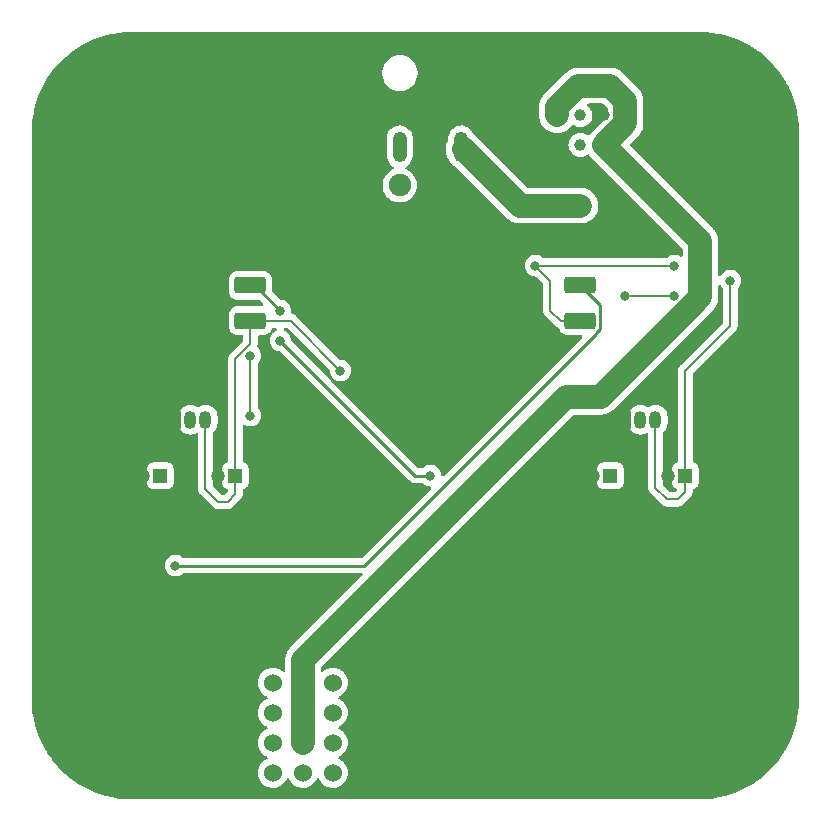
<source format=gbr>
%TF.GenerationSoftware,KiCad,Pcbnew,7.0.2*%
%TF.CreationDate,2023-05-27T17:02:01+02:00*%
%TF.ProjectId,benchpsu_barreljack_adapter,62656e63-6870-4737-955f-62617272656c,rev?*%
%TF.SameCoordinates,Original*%
%TF.FileFunction,Copper,L2,Bot*%
%TF.FilePolarity,Positive*%
%FSLAX46Y46*%
G04 Gerber Fmt 4.6, Leading zero omitted, Abs format (unit mm)*
G04 Created by KiCad (PCBNEW 7.0.2) date 2023-05-27 17:02:01*
%MOMM*%
%LPD*%
G01*
G04 APERTURE LIST*
G04 Aperture macros list*
%AMRoundRect*
0 Rectangle with rounded corners*
0 $1 Rounding radius*
0 $2 $3 $4 $5 $6 $7 $8 $9 X,Y pos of 4 corners*
0 Add a 4 corners polygon primitive as box body*
4,1,4,$2,$3,$4,$5,$6,$7,$8,$9,$2,$3,0*
0 Add four circle primitives for the rounded corners*
1,1,$1+$1,$2,$3*
1,1,$1+$1,$4,$5*
1,1,$1+$1,$6,$7*
1,1,$1+$1,$8,$9*
0 Add four rect primitives between the rounded corners*
20,1,$1+$1,$2,$3,$4,$5,0*
20,1,$1+$1,$4,$5,$6,$7,0*
20,1,$1+$1,$6,$7,$8,$9,0*
20,1,$1+$1,$8,$9,$2,$3,0*%
G04 Aperture macros list end*
%TA.AperFunction,ComponentPad*%
%ADD10C,1.524000*%
%TD*%
%TA.AperFunction,ComponentPad*%
%ADD11C,3.600000*%
%TD*%
%TA.AperFunction,ConnectorPad*%
%ADD12C,5.600000*%
%TD*%
%TA.AperFunction,ComponentPad*%
%ADD13R,1.050000X1.500000*%
%TD*%
%TA.AperFunction,ComponentPad*%
%ADD14O,1.050000X1.500000*%
%TD*%
%TA.AperFunction,ComponentPad*%
%ADD15R,1.200000X1.200000*%
%TD*%
%TA.AperFunction,ComponentPad*%
%ADD16C,1.200000*%
%TD*%
%TA.AperFunction,ComponentPad*%
%ADD17C,1.000000*%
%TD*%
%TA.AperFunction,ComponentPad*%
%ADD18O,1.000000X2.500000*%
%TD*%
%TA.AperFunction,ComponentPad*%
%ADD19O,1.200000X2.600000*%
%TD*%
%TA.AperFunction,ComponentPad*%
%ADD20C,1.900000*%
%TD*%
%TA.AperFunction,ComponentPad*%
%ADD21O,1.300000X3.600000*%
%TD*%
%TA.AperFunction,SMDPad,CuDef*%
%ADD22RoundRect,0.250001X-1.074999X0.462499X-1.074999X-0.462499X1.074999X-0.462499X1.074999X0.462499X0*%
%TD*%
%TA.AperFunction,ViaPad*%
%ADD23C,1.200000*%
%TD*%
%TA.AperFunction,ViaPad*%
%ADD24C,0.800000*%
%TD*%
%TA.AperFunction,Conductor*%
%ADD25C,0.200000*%
%TD*%
%TA.AperFunction,Conductor*%
%ADD26C,2.000000*%
%TD*%
%TA.AperFunction,Conductor*%
%ADD27C,0.250000*%
%TD*%
G04 APERTURE END LIST*
D10*
%TO.P,J1,1,Pin_1*%
%TO.N,VCC*%
X145415000Y-131846000D03*
X145415000Y-129306000D03*
X145415000Y-126766000D03*
X145415000Y-124226000D03*
X142875000Y-131846000D03*
X142875000Y-129306000D03*
X142875000Y-126766000D03*
X142875000Y-124226000D03*
X140335000Y-131846000D03*
X140335000Y-129306000D03*
X140335000Y-126766000D03*
X140335000Y-124226000D03*
%TD*%
%TO.P,J2,1,Pin_1*%
%TO.N,GND*%
X164465000Y-131846000D03*
X164465000Y-129306000D03*
X164465000Y-126766000D03*
X164465000Y-124226000D03*
X161925000Y-131846000D03*
X161925000Y-129306000D03*
X161925000Y-126766000D03*
X161925000Y-124226000D03*
X159385000Y-131846000D03*
X159385000Y-129306000D03*
X159385000Y-126766000D03*
X159385000Y-124226000D03*
%TD*%
D11*
%TO.P,H1,1,1*%
%TO.N,GND*%
X179400000Y-128600000D03*
D12*
X179400000Y-128600000D03*
%TD*%
D13*
%TO.P,U2,1,GND*%
%TO.N,GND*%
X170180000Y-101960000D03*
D14*
%TO.P,U2,2,VIN*%
%TO.N,SLEEVE*%
X171450000Y-101960000D03*
%TO.P,U2,3,VOUT*%
%TO.N,Net-(D3-A)*%
X172720000Y-101960000D03*
%TD*%
D15*
%TO.P,C2,1*%
%TO.N,SLEEVE*%
X168910000Y-106680000D03*
D16*
%TO.P,C2,2*%
%TO.N,GND*%
X167410000Y-106680000D03*
%TD*%
D11*
%TO.P,H2,1,1*%
%TO.N,GND*%
X179400000Y-74600000D03*
D12*
X179400000Y-74600000D03*
%TD*%
D13*
%TO.P,U1,1,GND*%
%TO.N,GND*%
X132080000Y-101960000D03*
D14*
%TO.P,U1,2,VIN*%
%TO.N,TIP*%
X133350000Y-101960000D03*
%TO.P,U1,3,VOUT*%
%TO.N,Net-(D1-A)*%
X134620000Y-101960000D03*
%TD*%
D17*
%TO.P,SW1,1,A*%
%TO.N,VCC*%
X168370000Y-78680000D03*
%TO.P,SW1,2,B*%
%TO.N,TIP*%
X166370000Y-78680000D03*
%TO.P,SW1,3,C*%
%TO.N,GND*%
X164370000Y-78680000D03*
%TO.P,SW1,4,A*%
X168370000Y-76180000D03*
%TO.P,SW1,5,B*%
%TO.N,SLEEVE*%
X166370000Y-76180000D03*
%TO.P,SW1,6,C*%
%TO.N,VCC*%
X164370000Y-76180000D03*
D18*
%TO.P,SW1,MP,MP*%
%TO.N,GND*%
X173420000Y-77430000D03*
X159320000Y-77430000D03*
%TD*%
D11*
%TO.P,H3,1,1*%
%TO.N,GND*%
X125400000Y-74600000D03*
D12*
X125400000Y-74600000D03*
%TD*%
D15*
%TO.P,C1,1*%
%TO.N,TIP*%
X130810000Y-106680000D03*
D16*
%TO.P,C1,2*%
%TO.N,GND*%
X129310000Y-106680000D03*
%TD*%
D15*
%TO.P,C3,1*%
%TO.N,Net-(D1-A)*%
X137160000Y-106680000D03*
D16*
%TO.P,C3,2*%
%TO.N,GND*%
X135660000Y-106680000D03*
%TD*%
D11*
%TO.P,H4,1,1*%
%TO.N,GND*%
X125400000Y-128600000D03*
D12*
X125400000Y-128600000D03*
%TD*%
D19*
%TO.P,J3,2*%
%TO.N,SLEEVE*%
X156275000Y-78850000D03*
%TO.P,J3,3*%
%TO.N,unconnected-(J3-Pad3)*%
X151075000Y-78850000D03*
D20*
%TO.P,J3,4*%
%TO.N,TIP*%
X151075000Y-82100000D03*
D21*
%TO.P,J3,MP*%
%TO.N,GND*%
X147455000Y-72100000D03*
X157305000Y-72100000D03*
%TD*%
D15*
%TO.P,C4,1*%
%TO.N,Net-(D3-A)*%
X175260000Y-106680000D03*
D16*
%TO.P,C4,2*%
%TO.N,GND*%
X173760000Y-106680000D03*
%TD*%
D22*
%TO.P,D2,1,K*%
%TO.N,Net-(D2-K)*%
X138430000Y-90587500D03*
%TO.P,D2,2,A*%
%TO.N,Net-(D1-A)*%
X138430000Y-93562500D03*
%TD*%
%TO.P,D4,1,K*%
%TO.N,Net-(D4-K)*%
X166370000Y-90587500D03*
%TO.P,D4,2,A*%
%TO.N,Net-(D3-A)*%
X166370000Y-93562500D03*
%TD*%
D23*
%TO.N,SLEEVE*%
X166370000Y-83820000D03*
D24*
%TO.N,Net-(D1-A)*%
X146050000Y-97790000D03*
%TO.N,Net-(D3-A)*%
X179070000Y-90170000D03*
X162560000Y-88900000D03*
X174319500Y-88900000D03*
%TO.N,Net-(D1-K)*%
X170180000Y-91440000D03*
X174319500Y-91440000D03*
%TO.N,Net-(D2-K)*%
X153670000Y-106680000D03*
X140970000Y-92710000D03*
X140970000Y-95250000D03*
%TO.N,Net-(D3-K)*%
X138430000Y-101600000D03*
X138430000Y-96520000D03*
%TO.N,Net-(D4-K)*%
X132080000Y-114300000D03*
%TD*%
D25*
%TO.N,Net-(D1-K)*%
X174319500Y-91440000D02*
X170180000Y-91440000D01*
D26*
%TO.N,VCC*%
X142875000Y-122301000D02*
X142875000Y-129306000D01*
X168090000Y-100010000D02*
X165166000Y-100010000D01*
X176530000Y-91570000D02*
X168090000Y-100010000D01*
X176530000Y-86840000D02*
X176530000Y-91570000D01*
X165166000Y-100010000D02*
X142875000Y-122301000D01*
X168370000Y-78680000D02*
X176530000Y-86840000D01*
D25*
%TO.N,Net-(D3-A)*%
X175260000Y-97790000D02*
X179070000Y-93980000D01*
X175260000Y-106680000D02*
X175260000Y-97790000D01*
X179070000Y-93980000D02*
X179070000Y-90170000D01*
X173700000Y-108700000D02*
X174600000Y-108700000D01*
X175260000Y-108040000D02*
X175260000Y-106680000D01*
X172720000Y-107720000D02*
X173700000Y-108700000D01*
X174600000Y-108700000D02*
X175260000Y-108040000D01*
X172720000Y-101960000D02*
X172720000Y-107720000D01*
%TO.N,Net-(D1-A)*%
X137160000Y-96800050D02*
X138430000Y-95530050D01*
X137160000Y-106680000D02*
X137160000Y-96800050D01*
X137160000Y-108240000D02*
X137160000Y-106680000D01*
X136500000Y-108900000D02*
X137160000Y-108240000D01*
X135700000Y-108900000D02*
X136500000Y-108900000D01*
X134620000Y-107820000D02*
X135700000Y-108900000D01*
X134620000Y-101960000D02*
X134620000Y-107820000D01*
D26*
%TO.N,SLEEVE*%
X166370000Y-83820000D02*
X161228000Y-83820000D01*
X161228000Y-83820000D02*
X156479000Y-79071000D01*
D25*
%TO.N,Net-(D1-A)*%
X138430000Y-95530050D02*
X138430000Y-93562500D01*
X138430000Y-93562500D02*
X141822500Y-93562500D01*
X141822500Y-93562500D02*
X146050000Y-97790000D01*
%TO.N,Net-(D3-A)*%
X163830000Y-90170000D02*
X163830000Y-92710000D01*
X174319500Y-88900000D02*
X162560000Y-88900000D01*
X162560000Y-88900000D02*
X163830000Y-90170000D01*
X163830000Y-92710000D02*
X164682500Y-93562500D01*
X164682500Y-93562500D02*
X166370000Y-93562500D01*
D27*
%TO.N,Net-(D2-K)*%
X140970000Y-95250000D02*
X152400000Y-106680000D01*
X152400000Y-106680000D02*
X153670000Y-106680000D01*
X138847500Y-90587500D02*
X140970000Y-92710000D01*
X138430000Y-90587500D02*
X138847500Y-90587500D01*
D25*
%TO.N,Net-(D3-K)*%
X138430000Y-101600000D02*
X138430000Y-96520000D01*
D27*
%TO.N,Net-(D4-K)*%
X168020000Y-94263172D02*
X167683172Y-94600000D01*
X168020000Y-92237500D02*
X168020000Y-94263172D01*
X148082000Y-114300000D02*
X132080000Y-114300000D01*
X167683172Y-94698828D02*
X148082000Y-114300000D01*
X167683172Y-94600000D02*
X167683172Y-94698828D01*
X166370000Y-90587500D02*
X168020000Y-92237500D01*
D26*
%TO.N,VCC*%
X170180000Y-76870000D02*
X168370000Y-78680000D01*
X164370000Y-75472894D02*
X166182894Y-73660000D01*
X166182894Y-73660000D02*
X168910000Y-73660000D01*
X170180000Y-74930000D02*
X170180000Y-76870000D01*
X164370000Y-76180000D02*
X164370000Y-75472894D01*
X168910000Y-73660000D02*
X170180000Y-74930000D01*
%TD*%
%TA.AperFunction,Conductor*%
%TO.N,GND*%
G36*
X176402046Y-69100567D02*
G01*
X176430560Y-69101500D01*
X176951793Y-69118563D01*
X176959998Y-69119102D01*
X177505303Y-69172809D01*
X177513467Y-69173884D01*
X178054094Y-69263143D01*
X178062180Y-69264751D01*
X178595845Y-69389183D01*
X178603771Y-69391308D01*
X179128136Y-69550372D01*
X179135914Y-69553011D01*
X179648767Y-69746036D01*
X179656363Y-69749183D01*
X180155493Y-69975335D01*
X180162857Y-69978967D01*
X180632161Y-70229815D01*
X180646113Y-70237273D01*
X180653254Y-70241396D01*
X181118562Y-70530743D01*
X181125417Y-70535323D01*
X181570816Y-70854491D01*
X181577358Y-70859511D01*
X181962923Y-71175937D01*
X182000918Y-71207118D01*
X182007117Y-71212554D01*
X182407043Y-71587126D01*
X182412873Y-71592956D01*
X182787445Y-71992882D01*
X182792877Y-71999077D01*
X182917779Y-72151270D01*
X183140488Y-72422641D01*
X183145508Y-72429183D01*
X183464676Y-72874582D01*
X183469256Y-72881437D01*
X183758603Y-73346745D01*
X183762726Y-73353886D01*
X183799941Y-73423510D01*
X184008441Y-73813586D01*
X184021024Y-73837126D01*
X184024671Y-73844521D01*
X184250812Y-74343626D01*
X184253967Y-74351243D01*
X184446982Y-74864070D01*
X184449632Y-74871878D01*
X184608686Y-75396209D01*
X184610821Y-75404174D01*
X184735248Y-75937819D01*
X184736856Y-75945905D01*
X184826114Y-76486527D01*
X184827190Y-76494702D01*
X184880896Y-77039989D01*
X184881436Y-77048216D01*
X184899433Y-77597953D01*
X184899500Y-77602076D01*
X184899500Y-125597923D01*
X184899433Y-125602046D01*
X184881436Y-126151783D01*
X184880896Y-126160010D01*
X184827190Y-126705297D01*
X184826114Y-126713472D01*
X184736856Y-127254094D01*
X184735248Y-127262180D01*
X184610821Y-127795825D01*
X184608686Y-127803790D01*
X184449632Y-128328121D01*
X184446982Y-128335929D01*
X184253967Y-128848756D01*
X184250812Y-128856373D01*
X184024671Y-129355478D01*
X184021024Y-129362873D01*
X183762726Y-129846113D01*
X183758603Y-129853254D01*
X183469256Y-130318562D01*
X183464676Y-130325417D01*
X183145508Y-130770816D01*
X183140488Y-130777358D01*
X182792881Y-131200918D01*
X182787445Y-131207117D01*
X182412873Y-131607043D01*
X182407043Y-131612873D01*
X182007117Y-131987445D01*
X182000918Y-131992881D01*
X181577358Y-132340488D01*
X181570816Y-132345508D01*
X181125417Y-132664676D01*
X181118562Y-132669256D01*
X180653254Y-132958603D01*
X180646113Y-132962726D01*
X180162873Y-133221024D01*
X180155478Y-133224671D01*
X179656373Y-133450812D01*
X179648756Y-133453967D01*
X179135929Y-133646982D01*
X179128121Y-133649632D01*
X178603790Y-133808686D01*
X178595825Y-133810821D01*
X178062180Y-133935248D01*
X178054094Y-133936856D01*
X177513472Y-134026114D01*
X177505297Y-134027190D01*
X176960010Y-134080896D01*
X176951783Y-134081436D01*
X176402047Y-134099433D01*
X176397924Y-134099500D01*
X128402076Y-134099500D01*
X128397953Y-134099433D01*
X127848216Y-134081436D01*
X127839989Y-134080896D01*
X127294702Y-134027190D01*
X127286527Y-134026114D01*
X126745905Y-133936856D01*
X126737819Y-133935248D01*
X126204174Y-133810821D01*
X126196209Y-133808686D01*
X125671878Y-133649632D01*
X125664070Y-133646982D01*
X125151243Y-133453967D01*
X125143626Y-133450812D01*
X124644521Y-133224671D01*
X124637126Y-133221024D01*
X124153886Y-132962726D01*
X124146745Y-132958603D01*
X123681437Y-132669256D01*
X123674582Y-132664676D01*
X123229183Y-132345508D01*
X123222641Y-132340488D01*
X122799081Y-131992881D01*
X122792882Y-131987445D01*
X122707190Y-131907186D01*
X122539132Y-131749782D01*
X122392956Y-131612873D01*
X122387126Y-131607043D01*
X122116758Y-131318374D01*
X122012548Y-131207110D01*
X122007118Y-131200918D01*
X121659511Y-130777358D01*
X121654491Y-130770816D01*
X121609204Y-130707618D01*
X121335321Y-130325414D01*
X121330743Y-130318562D01*
X121204075Y-130114864D01*
X121097625Y-129943677D01*
X121041396Y-129853254D01*
X121037273Y-129846113D01*
X120866953Y-129527467D01*
X120778967Y-129362857D01*
X120775335Y-129355493D01*
X120549183Y-128856363D01*
X120546032Y-128848756D01*
X120478122Y-128668324D01*
X120353011Y-128335914D01*
X120350372Y-128328136D01*
X120191308Y-127803771D01*
X120189183Y-127795845D01*
X120064751Y-127262180D01*
X120063143Y-127254094D01*
X120019122Y-126987463D01*
X119973884Y-126713467D01*
X119972809Y-126705297D01*
X119935827Y-126329807D01*
X119919102Y-126159998D01*
X119918563Y-126151782D01*
X119907743Y-125821268D01*
X119900567Y-125602045D01*
X119900500Y-125597923D01*
X119900500Y-114299999D01*
X131166496Y-114299999D01*
X131186458Y-114489929D01*
X131245472Y-114671556D01*
X131340958Y-114836942D01*
X131340960Y-114836944D01*
X131468747Y-114978866D01*
X131623248Y-115091118D01*
X131797712Y-115168794D01*
X131984513Y-115208500D01*
X131984515Y-115208500D01*
X132175485Y-115208500D01*
X132175487Y-115208500D01*
X132362288Y-115168794D01*
X132536752Y-115091118D01*
X132691253Y-114978866D01*
X132694564Y-114975188D01*
X132755012Y-114937949D01*
X132788200Y-114933500D01*
X147804968Y-114933500D01*
X147873089Y-114953502D01*
X147919582Y-115007158D01*
X147929686Y-115077432D01*
X147900192Y-115142012D01*
X147894063Y-115148595D01*
X141819983Y-121222673D01*
X141818173Y-121224448D01*
X141742198Y-121297424D01*
X141698718Y-121355285D01*
X141693966Y-121361226D01*
X141647055Y-121416377D01*
X141626660Y-121450115D01*
X141619564Y-121460619D01*
X141595883Y-121492135D01*
X141595881Y-121492137D01*
X141595882Y-121492137D01*
X141562249Y-121556216D01*
X141558513Y-121562840D01*
X141521052Y-121624810D01*
X141506330Y-121661389D01*
X141501011Y-121672896D01*
X141482697Y-121707791D01*
X141459770Y-121776462D01*
X141457145Y-121783600D01*
X141430116Y-121850761D01*
X141421454Y-121889219D01*
X141418050Y-121901429D01*
X141405568Y-121938818D01*
X141393957Y-122010267D01*
X141392510Y-122017740D01*
X141376604Y-122088362D01*
X141374224Y-122127715D01*
X141372822Y-122140317D01*
X141366500Y-122179218D01*
X141366500Y-122251596D01*
X141366270Y-122259204D01*
X141361898Y-122331475D01*
X141365862Y-122370709D01*
X141366500Y-122383374D01*
X141366500Y-123156551D01*
X141346498Y-123224672D01*
X141292842Y-123271165D01*
X141222568Y-123281269D01*
X141164294Y-123254655D01*
X141163811Y-123255346D01*
X141160067Y-123252724D01*
X141157988Y-123251775D01*
X141155794Y-123249732D01*
X140972678Y-123121512D01*
X140902117Y-123088609D01*
X140771196Y-123027560D01*
X140757709Y-123023946D01*
X140556467Y-122970022D01*
X140379292Y-122954521D01*
X140335000Y-122950647D01*
X140334999Y-122950647D01*
X140113532Y-122970022D01*
X139898807Y-123027559D01*
X139898806Y-123027559D01*
X139898804Y-123027560D01*
X139838442Y-123055707D01*
X139697322Y-123121512D01*
X139515215Y-123249025D01*
X139358025Y-123406215D01*
X139230512Y-123588322D01*
X139136559Y-123789807D01*
X139079022Y-124004532D01*
X139059647Y-124226000D01*
X139079022Y-124447467D01*
X139132946Y-124648709D01*
X139136560Y-124662196D01*
X139197609Y-124793117D01*
X139230512Y-124863678D01*
X139358025Y-125045784D01*
X139515215Y-125202974D01*
X139515218Y-125202976D01*
X139515219Y-125202977D01*
X139549994Y-125227327D01*
X139697321Y-125330487D01*
X139697322Y-125330487D01*
X139697323Y-125330488D01*
X139807375Y-125381806D01*
X139860659Y-125428722D01*
X139880120Y-125496999D01*
X139859578Y-125564959D01*
X139807374Y-125610194D01*
X139777991Y-125623895D01*
X139697322Y-125661512D01*
X139515215Y-125789025D01*
X139358025Y-125946215D01*
X139230512Y-126128322D01*
X139136559Y-126329807D01*
X139079022Y-126544532D01*
X139059647Y-126766000D01*
X139079022Y-126987467D01*
X139132946Y-127188709D01*
X139136560Y-127202196D01*
X139164531Y-127262180D01*
X139230512Y-127403678D01*
X139358025Y-127585784D01*
X139515215Y-127742974D01*
X139515218Y-127742976D01*
X139515219Y-127742977D01*
X139549994Y-127767327D01*
X139697321Y-127870487D01*
X139697322Y-127870487D01*
X139697323Y-127870488D01*
X139807375Y-127921806D01*
X139860659Y-127968722D01*
X139880120Y-128036999D01*
X139859578Y-128104959D01*
X139807374Y-128150194D01*
X139777991Y-128163895D01*
X139697322Y-128201512D01*
X139515215Y-128329025D01*
X139358025Y-128486215D01*
X139230512Y-128668322D01*
X139136559Y-128869807D01*
X139079022Y-129084532D01*
X139059647Y-129306000D01*
X139079022Y-129527467D01*
X139132946Y-129728709D01*
X139136560Y-129742196D01*
X139185017Y-129846113D01*
X139230512Y-129943678D01*
X139358025Y-130125784D01*
X139515215Y-130282974D01*
X139515218Y-130282976D01*
X139515219Y-130282977D01*
X139571048Y-130322069D01*
X139697321Y-130410487D01*
X139697322Y-130410487D01*
X139697323Y-130410488D01*
X139807375Y-130461806D01*
X139860659Y-130508722D01*
X139880120Y-130576999D01*
X139859578Y-130644959D01*
X139807374Y-130690194D01*
X139777991Y-130703895D01*
X139697322Y-130741512D01*
X139515215Y-130869025D01*
X139358025Y-131026215D01*
X139230512Y-131208322D01*
X139164707Y-131349442D01*
X139154348Y-131371659D01*
X139136559Y-131409807D01*
X139079022Y-131624532D01*
X139059647Y-131846000D01*
X139079022Y-132067467D01*
X139132946Y-132268709D01*
X139136560Y-132282196D01*
X139197609Y-132413117D01*
X139230512Y-132483678D01*
X139358025Y-132665784D01*
X139515215Y-132822974D01*
X139697321Y-132950487D01*
X139697322Y-132950487D01*
X139697323Y-132950488D01*
X139898804Y-133044440D01*
X140049739Y-133084883D01*
X140113532Y-133101977D01*
X140113533Y-133101977D01*
X140113537Y-133101978D01*
X140335000Y-133121353D01*
X140556463Y-133101978D01*
X140771196Y-133044440D01*
X140972677Y-132950488D01*
X141154781Y-132822977D01*
X141311977Y-132665781D01*
X141439488Y-132483677D01*
X141490806Y-132373624D01*
X141537722Y-132320341D01*
X141605999Y-132300880D01*
X141673959Y-132321422D01*
X141719193Y-132373624D01*
X141746996Y-132433247D01*
X141770512Y-132483678D01*
X141898025Y-132665784D01*
X142055215Y-132822974D01*
X142237321Y-132950487D01*
X142237322Y-132950487D01*
X142237323Y-132950488D01*
X142438804Y-133044440D01*
X142589739Y-133084883D01*
X142653532Y-133101977D01*
X142653533Y-133101977D01*
X142653537Y-133101978D01*
X142875000Y-133121353D01*
X143096463Y-133101978D01*
X143311196Y-133044440D01*
X143512677Y-132950488D01*
X143694781Y-132822977D01*
X143851977Y-132665781D01*
X143979488Y-132483677D01*
X144030806Y-132373624D01*
X144077722Y-132320341D01*
X144145999Y-132300880D01*
X144213959Y-132321422D01*
X144259193Y-132373624D01*
X144286996Y-132433247D01*
X144310512Y-132483678D01*
X144438025Y-132665784D01*
X144595215Y-132822974D01*
X144777321Y-132950487D01*
X144777322Y-132950487D01*
X144777323Y-132950488D01*
X144978804Y-133044440D01*
X145129739Y-133084883D01*
X145193532Y-133101977D01*
X145193533Y-133101977D01*
X145193537Y-133101978D01*
X145415000Y-133121353D01*
X145636463Y-133101978D01*
X145851196Y-133044440D01*
X146052677Y-132950488D01*
X146234781Y-132822977D01*
X146391977Y-132665781D01*
X146519488Y-132483677D01*
X146613440Y-132282196D01*
X146670978Y-132067463D01*
X146690353Y-131846000D01*
X146670978Y-131624537D01*
X146667097Y-131610054D01*
X146653883Y-131560739D01*
X146613440Y-131409804D01*
X146519488Y-131208324D01*
X146516537Y-131204110D01*
X146391974Y-131026215D01*
X146234784Y-130869025D01*
X146052678Y-130741512D01*
X145979991Y-130707618D01*
X145942624Y-130690193D01*
X145889341Y-130643278D01*
X145869880Y-130575001D01*
X145890422Y-130507041D01*
X145942624Y-130461806D01*
X146052677Y-130410488D01*
X146234781Y-130282977D01*
X146391977Y-130125781D01*
X146519488Y-129943677D01*
X146613440Y-129742196D01*
X146670978Y-129527463D01*
X146690353Y-129306000D01*
X146670978Y-129084537D01*
X146613440Y-128869804D01*
X146519488Y-128668324D01*
X146391977Y-128486219D01*
X146391976Y-128486218D01*
X146391974Y-128486215D01*
X146234784Y-128329025D01*
X146052678Y-128201512D01*
X146002247Y-128177996D01*
X145942624Y-128150193D01*
X145889341Y-128103278D01*
X145869880Y-128035001D01*
X145890422Y-127967041D01*
X145942624Y-127921806D01*
X146052677Y-127870488D01*
X146234781Y-127742977D01*
X146391977Y-127585781D01*
X146519488Y-127403677D01*
X146613440Y-127202196D01*
X146670978Y-126987463D01*
X146690353Y-126766000D01*
X146670978Y-126544537D01*
X146613440Y-126329804D01*
X146519488Y-126128324D01*
X146391977Y-125946219D01*
X146391976Y-125946218D01*
X146391974Y-125946215D01*
X146234784Y-125789025D01*
X146052678Y-125661512D01*
X146002247Y-125637996D01*
X145942624Y-125610193D01*
X145889341Y-125563278D01*
X145869880Y-125495001D01*
X145890422Y-125427041D01*
X145942624Y-125381806D01*
X146052677Y-125330488D01*
X146234781Y-125202977D01*
X146391977Y-125045781D01*
X146519488Y-124863677D01*
X146613440Y-124662196D01*
X146670978Y-124447463D01*
X146690353Y-124226000D01*
X146670978Y-124004537D01*
X146613440Y-123789804D01*
X146519488Y-123588324D01*
X146391977Y-123406219D01*
X146391976Y-123406218D01*
X146391974Y-123406215D01*
X146234784Y-123249025D01*
X146052678Y-123121512D01*
X145982117Y-123088609D01*
X145851196Y-123027560D01*
X145837709Y-123023946D01*
X145636467Y-122970022D01*
X145459292Y-122954521D01*
X145415000Y-122950647D01*
X145414999Y-122950647D01*
X145193532Y-122970022D01*
X144978807Y-123027559D01*
X144978806Y-123027559D01*
X144978804Y-123027560D01*
X144918442Y-123055707D01*
X144777322Y-123121512D01*
X144586189Y-123255346D01*
X144584707Y-123253229D01*
X144536283Y-123279672D01*
X144465468Y-123274607D01*
X144408632Y-123232060D01*
X144383821Y-123165540D01*
X144383500Y-123156551D01*
X144383500Y-122978030D01*
X144403502Y-122909909D01*
X144420400Y-122888940D01*
X159980703Y-107328638D01*
X167801500Y-107328638D01*
X167801860Y-107331986D01*
X167808011Y-107389200D01*
X167859111Y-107526205D01*
X167946738Y-107643261D01*
X168063794Y-107730888D01*
X168063795Y-107730888D01*
X168063796Y-107730889D01*
X168200799Y-107781989D01*
X168261362Y-107788500D01*
X168264731Y-107788500D01*
X169555269Y-107788500D01*
X169558638Y-107788500D01*
X169619201Y-107781989D01*
X169756204Y-107730889D01*
X169873261Y-107643261D01*
X169960889Y-107526204D01*
X170011989Y-107389201D01*
X170018500Y-107328638D01*
X170018500Y-106031362D01*
X170011989Y-105970799D01*
X169960889Y-105833796D01*
X169960888Y-105833794D01*
X169873261Y-105716738D01*
X169756205Y-105629111D01*
X169687702Y-105603561D01*
X169619201Y-105578011D01*
X169558638Y-105571500D01*
X168261362Y-105571500D01*
X168258013Y-105571859D01*
X168258013Y-105571860D01*
X168200799Y-105578011D01*
X168063794Y-105629111D01*
X167946738Y-105716738D01*
X167859111Y-105833794D01*
X167838564Y-105888883D01*
X167808011Y-105970799D01*
X167801500Y-106031362D01*
X167801500Y-107328638D01*
X159980703Y-107328638D01*
X165753936Y-101555405D01*
X165816248Y-101521379D01*
X165843031Y-101518500D01*
X168073543Y-101518500D01*
X168076081Y-101518526D01*
X168181374Y-101520647D01*
X168181374Y-101520646D01*
X168181377Y-101520647D01*
X168253037Y-101510476D01*
X168260602Y-101509636D01*
X168332761Y-101503811D01*
X168332763Y-101503810D01*
X168332768Y-101503810D01*
X168371073Y-101494368D01*
X168383470Y-101491966D01*
X168422518Y-101486426D01*
X168491619Y-101464892D01*
X168498935Y-101462852D01*
X168569248Y-101445523D01*
X168605530Y-101430063D01*
X168617411Y-101425694D01*
X168655048Y-101413967D01*
X168719803Y-101381626D01*
X168726698Y-101378438D01*
X168793316Y-101350056D01*
X168826638Y-101328982D01*
X168837660Y-101322765D01*
X168872943Y-101305146D01*
X168931692Y-101262820D01*
X168937976Y-101258577D01*
X168985629Y-101228444D01*
X168999168Y-101219883D01*
X169028685Y-101193732D01*
X169038579Y-101185819D01*
X169070560Y-101162781D01*
X169121756Y-101111583D01*
X169127265Y-101106398D01*
X169181474Y-101058375D01*
X169206423Y-101027816D01*
X169214910Y-101018429D01*
X177585040Y-92648299D01*
X177586750Y-92646622D01*
X177662802Y-92573575D01*
X177706302Y-92515685D01*
X177711029Y-92509775D01*
X177757946Y-92454621D01*
X177778344Y-92420878D01*
X177785439Y-92410372D01*
X177809117Y-92378865D01*
X177842763Y-92314755D01*
X177846479Y-92308167D01*
X177883947Y-92246189D01*
X177898670Y-92209603D01*
X177903981Y-92198114D01*
X177922304Y-92163205D01*
X177937340Y-92118167D01*
X177945229Y-92094537D01*
X177947856Y-92087394D01*
X177951355Y-92078701D01*
X177974882Y-92020244D01*
X177983549Y-91981759D01*
X177986940Y-91969594D01*
X177999431Y-91932182D01*
X178011046Y-91860700D01*
X178012483Y-91853284D01*
X178028395Y-91782638D01*
X178030775Y-91743281D01*
X178032173Y-91730703D01*
X178038500Y-91691779D01*
X178038500Y-91619391D01*
X178038730Y-91611783D01*
X178043101Y-91539525D01*
X178039138Y-91500298D01*
X178038500Y-91487634D01*
X178038500Y-90670627D01*
X178058502Y-90602506D01*
X178112158Y-90556013D01*
X178182432Y-90545909D01*
X178247012Y-90575403D01*
X178273619Y-90607627D01*
X178330960Y-90706945D01*
X178429135Y-90815980D01*
X178459853Y-90879987D01*
X178461499Y-90900290D01*
X178461500Y-93675759D01*
X178441498Y-93743880D01*
X178424595Y-93764854D01*
X174863767Y-97325682D01*
X174851380Y-97336547D01*
X174826012Y-97356013D01*
X174801525Y-97387925D01*
X174802352Y-97386835D01*
X174728192Y-97483492D01*
X174726897Y-97486935D01*
X174667161Y-97631150D01*
X174651500Y-97750115D01*
X174651500Y-97750121D01*
X174646250Y-97789999D01*
X174650422Y-97821690D01*
X174651500Y-97838136D01*
X174651500Y-105454005D01*
X174631498Y-105522126D01*
X174577842Y-105568619D01*
X174565454Y-105572017D01*
X174565627Y-105572481D01*
X174550800Y-105578010D01*
X174550799Y-105578011D01*
X174497037Y-105598063D01*
X174413794Y-105629111D01*
X174296738Y-105716738D01*
X174209111Y-105833794D01*
X174188564Y-105888883D01*
X174158011Y-105970799D01*
X174151500Y-106031362D01*
X174151500Y-107328638D01*
X174151860Y-107331986D01*
X174158011Y-107389200D01*
X174209111Y-107526205D01*
X174296738Y-107643261D01*
X174413794Y-107730888D01*
X174413795Y-107730888D01*
X174413796Y-107730889D01*
X174444787Y-107742448D01*
X174501623Y-107784994D01*
X174526434Y-107851514D01*
X174511343Y-107920889D01*
X174489851Y-107949599D01*
X174384856Y-108054595D01*
X174322544Y-108088620D01*
X174295760Y-108091500D01*
X174004239Y-108091500D01*
X173936118Y-108071498D01*
X173915148Y-108054599D01*
X173365404Y-107504855D01*
X173331379Y-107442543D01*
X173328500Y-107415760D01*
X173328500Y-103082190D01*
X173348502Y-103014069D01*
X173374563Y-102984794D01*
X173454331Y-102919331D01*
X173583482Y-102761960D01*
X173679450Y-102582417D01*
X173738546Y-102387601D01*
X173753500Y-102235775D01*
X173753500Y-101684225D01*
X173738546Y-101532399D01*
X173679450Y-101337583D01*
X173583482Y-101158040D01*
X173583480Y-101158036D01*
X173454331Y-101000668D01*
X173296963Y-100871519D01*
X173117419Y-100775551D01*
X173117418Y-100775550D01*
X173117417Y-100775550D01*
X172922601Y-100716454D01*
X172922598Y-100716453D01*
X172922596Y-100716453D01*
X172719999Y-100696498D01*
X172517403Y-100716453D01*
X172517400Y-100716453D01*
X172517399Y-100716454D01*
X172322583Y-100775550D01*
X172322582Y-100775550D01*
X172322577Y-100775552D01*
X172144395Y-100870792D01*
X172074889Y-100885264D01*
X172025605Y-100870792D01*
X171847422Y-100775552D01*
X171847419Y-100775551D01*
X171847417Y-100775550D01*
X171652601Y-100716454D01*
X171652598Y-100716453D01*
X171652596Y-100716453D01*
X171449999Y-100696498D01*
X171247403Y-100716453D01*
X171247400Y-100716453D01*
X171247399Y-100716454D01*
X171052583Y-100775550D01*
X171052580Y-100775551D01*
X170873036Y-100871519D01*
X170715668Y-101000668D01*
X170586519Y-101158036D01*
X170490551Y-101337580D01*
X170490550Y-101337582D01*
X170490550Y-101337583D01*
X170438267Y-101509941D01*
X170431453Y-101532403D01*
X170416803Y-101681143D01*
X170416802Y-101681154D01*
X170416500Y-101684225D01*
X170416500Y-102235775D01*
X170416802Y-102238846D01*
X170416803Y-102238856D01*
X170431453Y-102387596D01*
X170431453Y-102387598D01*
X170431454Y-102387601D01*
X170468128Y-102508500D01*
X170490551Y-102582419D01*
X170586519Y-102761963D01*
X170715668Y-102919331D01*
X170873036Y-103048480D01*
X170873040Y-103048482D01*
X171052583Y-103144450D01*
X171247399Y-103203546D01*
X171450000Y-103223501D01*
X171652601Y-103203546D01*
X171847417Y-103144450D01*
X171926104Y-103102390D01*
X171995608Y-103087918D01*
X172061904Y-103113321D01*
X172103942Y-103170534D01*
X172111499Y-103213512D01*
X172111500Y-107671863D01*
X172110422Y-107688308D01*
X172106249Y-107719999D01*
X172109205Y-107742448D01*
X172111500Y-107759879D01*
X172111500Y-107759885D01*
X172124608Y-107859456D01*
X172127162Y-107878851D01*
X172152558Y-107940163D01*
X172188475Y-108026875D01*
X172188476Y-108026876D01*
X172261523Y-108122072D01*
X172261525Y-108122074D01*
X172265088Y-108126718D01*
X172265090Y-108126721D01*
X172286010Y-108153984D01*
X172286011Y-108153985D01*
X172286013Y-108153987D01*
X172311379Y-108173451D01*
X172323769Y-108184318D01*
X173235681Y-109096230D01*
X173246547Y-109108619D01*
X173266013Y-109133987D01*
X173297925Y-109158474D01*
X173297928Y-109158477D01*
X173297944Y-109158489D01*
X173361002Y-109206875D01*
X173393123Y-109231523D01*
X173393124Y-109231523D01*
X173393125Y-109231524D01*
X173541150Y-109292838D01*
X173660115Y-109308500D01*
X173660122Y-109308500D01*
X173700000Y-109313750D01*
X173731692Y-109309577D01*
X173748136Y-109308500D01*
X174551864Y-109308500D01*
X174568307Y-109309577D01*
X174600000Y-109313750D01*
X174639880Y-109308500D01*
X174639885Y-109308500D01*
X174739456Y-109295391D01*
X174758851Y-109292838D01*
X174906876Y-109231524D01*
X175002072Y-109158477D01*
X175002072Y-109158476D01*
X175018629Y-109145772D01*
X175018632Y-109145769D01*
X175019546Y-109145067D01*
X175033987Y-109133987D01*
X175053454Y-109108616D01*
X175064305Y-109096242D01*
X175656237Y-108504309D01*
X175668615Y-108493454D01*
X175693987Y-108473987D01*
X175787957Y-108351524D01*
X175791524Y-108346876D01*
X175852838Y-108198851D01*
X175858744Y-108153987D01*
X175868500Y-108079885D01*
X175868500Y-108079879D01*
X175873750Y-108040000D01*
X175869578Y-108008308D01*
X175868500Y-107991863D01*
X175868500Y-107905994D01*
X175888502Y-107837873D01*
X175942158Y-107791380D01*
X175954546Y-107787982D01*
X175954373Y-107787519D01*
X175969198Y-107781989D01*
X175969201Y-107781989D01*
X176106204Y-107730889D01*
X176223261Y-107643261D01*
X176310889Y-107526204D01*
X176361989Y-107389201D01*
X176368500Y-107328638D01*
X176368500Y-106031362D01*
X176361989Y-105970799D01*
X176310889Y-105833796D01*
X176310888Y-105833794D01*
X176223261Y-105716738D01*
X176106205Y-105629111D01*
X176048865Y-105607724D01*
X175969201Y-105578011D01*
X175969199Y-105578010D01*
X175954373Y-105572481D01*
X175955742Y-105568808D01*
X175915435Y-105552110D01*
X175874946Y-105493791D01*
X175868500Y-105454005D01*
X175868500Y-101789928D01*
X175868500Y-98094234D01*
X175888501Y-98026117D01*
X175905395Y-98005153D01*
X179466235Y-94444312D01*
X179478619Y-94433452D01*
X179478788Y-94433322D01*
X179503987Y-94413987D01*
X179517948Y-94395791D01*
X179517952Y-94395788D01*
X179529142Y-94381206D01*
X179601524Y-94286876D01*
X179662838Y-94138851D01*
X179683751Y-93980000D01*
X179679578Y-93948300D01*
X179678500Y-93931855D01*
X179678500Y-90900290D01*
X179698502Y-90832169D01*
X179710860Y-90815983D01*
X179809040Y-90706944D01*
X179904527Y-90541556D01*
X179963542Y-90359928D01*
X179983504Y-90170000D01*
X179963542Y-89980072D01*
X179925543Y-89863124D01*
X179904527Y-89798443D01*
X179809041Y-89633057D01*
X179706287Y-89518937D01*
X179681253Y-89491134D01*
X179526752Y-89378882D01*
X179352288Y-89301206D01*
X179165487Y-89261500D01*
X178974513Y-89261500D01*
X178849979Y-89287970D01*
X178787711Y-89301206D01*
X178613246Y-89378883D01*
X178458747Y-89491133D01*
X178330958Y-89633057D01*
X178273619Y-89732372D01*
X178222236Y-89781365D01*
X178152523Y-89794801D01*
X178086612Y-89768415D01*
X178045430Y-89710582D01*
X178038500Y-89669372D01*
X178038500Y-86856457D01*
X178038526Y-86853919D01*
X178040647Y-86748625D01*
X178030477Y-86676964D01*
X178029636Y-86669398D01*
X178023810Y-86597233D01*
X178014375Y-86558954D01*
X178011963Y-86546501D01*
X178006426Y-86507482D01*
X177984893Y-86438382D01*
X177982855Y-86431073D01*
X177965523Y-86360752D01*
X177950066Y-86324474D01*
X177945692Y-86312580D01*
X177933967Y-86274952D01*
X177901615Y-86210173D01*
X177898442Y-86203308D01*
X177870056Y-86136684D01*
X177848989Y-86103370D01*
X177842757Y-86092321D01*
X177825146Y-86057058D01*
X177825146Y-86057057D01*
X177782827Y-85998314D01*
X177778570Y-85992010D01*
X177739885Y-85930833D01*
X177713747Y-85901331D01*
X177705824Y-85891425D01*
X177682782Y-85859440D01*
X177682782Y-85859439D01*
X177631589Y-85808247D01*
X177626389Y-85802723D01*
X177578373Y-85748524D01*
X177547834Y-85723590D01*
X177538427Y-85715085D01*
X174097937Y-82274595D01*
X170592433Y-78769091D01*
X170558409Y-78706782D01*
X170563474Y-78635967D01*
X170592433Y-78590906D01*
X171235040Y-77948299D01*
X171236751Y-77946621D01*
X171312802Y-77873575D01*
X171356295Y-77815694D01*
X171361042Y-77809761D01*
X171407947Y-77754619D01*
X171428336Y-77720890D01*
X171435438Y-77710375D01*
X171459117Y-77678865D01*
X171467537Y-77662822D01*
X171492762Y-77614758D01*
X171496473Y-77608177D01*
X171533948Y-77546188D01*
X171548676Y-77509591D01*
X171553991Y-77498096D01*
X171572302Y-77463208D01*
X171572304Y-77463205D01*
X171595232Y-77394523D01*
X171597838Y-77387437D01*
X171624883Y-77320243D01*
X171633543Y-77281785D01*
X171636947Y-77269573D01*
X171649431Y-77232182D01*
X171661040Y-77160737D01*
X171662488Y-77153267D01*
X171670827Y-77116241D01*
X171678396Y-77082637D01*
X171680775Y-77043280D01*
X171682175Y-77030689D01*
X171688500Y-76991779D01*
X171688500Y-76919407D01*
X171688730Y-76911799D01*
X171690453Y-76883316D01*
X171693102Y-76839524D01*
X171689138Y-76800290D01*
X171688500Y-76787625D01*
X171688500Y-74946457D01*
X171688526Y-74943919D01*
X171690647Y-74838625D01*
X171680475Y-74766948D01*
X171679636Y-74759411D01*
X171673810Y-74687232D01*
X171664368Y-74648926D01*
X171661966Y-74636526D01*
X171656426Y-74597481D01*
X171634893Y-74528384D01*
X171632849Y-74521051D01*
X171615523Y-74450752D01*
X171600066Y-74414474D01*
X171595692Y-74402580D01*
X171583967Y-74364952D01*
X171551615Y-74300173D01*
X171548442Y-74293308D01*
X171520056Y-74226684D01*
X171498989Y-74193370D01*
X171492757Y-74182321D01*
X171475146Y-74147058D01*
X171475146Y-74147057D01*
X171447696Y-74108955D01*
X171432829Y-74088317D01*
X171428569Y-74082009D01*
X171389885Y-74020834D01*
X171363736Y-73991318D01*
X171355820Y-73981420D01*
X171332781Y-73949440D01*
X171281596Y-73898255D01*
X171276396Y-73892730D01*
X171228376Y-73838527D01*
X171197829Y-73813586D01*
X171188422Y-73805081D01*
X169988302Y-72604960D01*
X169986574Y-72603198D01*
X169913575Y-72527198D01*
X169855697Y-72483706D01*
X169849767Y-72478962D01*
X169794621Y-72432055D01*
X169794620Y-72432054D01*
X169760873Y-72411653D01*
X169750386Y-72404569D01*
X169718865Y-72380883D01*
X169718863Y-72380882D01*
X169718862Y-72380881D01*
X169654772Y-72347244D01*
X169648157Y-72343512D01*
X169609164Y-72319941D01*
X169586188Y-72306051D01*
X169549601Y-72291326D01*
X169538096Y-72286008D01*
X169503205Y-72267696D01*
X169503204Y-72267695D01*
X169503201Y-72267694D01*
X169434548Y-72244774D01*
X169427407Y-72242148D01*
X169360239Y-72215116D01*
X169321785Y-72206455D01*
X169309574Y-72203051D01*
X169272181Y-72190568D01*
X169200731Y-72178957D01*
X169193264Y-72177511D01*
X169171839Y-72172686D01*
X169122636Y-72161604D01*
X169083284Y-72159224D01*
X169070684Y-72157822D01*
X169046183Y-72153840D01*
X169031780Y-72151500D01*
X169031779Y-72151500D01*
X168959403Y-72151500D01*
X168951795Y-72151270D01*
X168879525Y-72146898D01*
X168879524Y-72146898D01*
X168852001Y-72149678D01*
X168840291Y-72150862D01*
X168827626Y-72151500D01*
X166199322Y-72151500D01*
X166196785Y-72151474D01*
X166091517Y-72149353D01*
X166019858Y-72159522D01*
X166012296Y-72160363D01*
X165940127Y-72166189D01*
X165901847Y-72175624D01*
X165889401Y-72178035D01*
X165850371Y-72183574D01*
X165781269Y-72205107D01*
X165773940Y-72207150D01*
X165703649Y-72224476D01*
X165703647Y-72224476D01*
X165703646Y-72224477D01*
X165689784Y-72230383D01*
X165667375Y-72239930D01*
X165655478Y-72244305D01*
X165617843Y-72256033D01*
X165553079Y-72288376D01*
X165546175Y-72291567D01*
X165479581Y-72319941D01*
X165446256Y-72341014D01*
X165435217Y-72347240D01*
X165399950Y-72364854D01*
X165341221Y-72407162D01*
X165334918Y-72411420D01*
X165273722Y-72450119D01*
X165244215Y-72476259D01*
X165234318Y-72484175D01*
X165202335Y-72507217D01*
X165151154Y-72558396D01*
X165145617Y-72563608D01*
X165091421Y-72611623D01*
X165066481Y-72642169D01*
X165057977Y-72651574D01*
X163314983Y-74394567D01*
X163313173Y-74396342D01*
X163237198Y-74469318D01*
X163193718Y-74527179D01*
X163188966Y-74533120D01*
X163142055Y-74588271D01*
X163121660Y-74622009D01*
X163114564Y-74632513D01*
X163090883Y-74664029D01*
X163090881Y-74664031D01*
X163090882Y-74664031D01*
X163057249Y-74728110D01*
X163053513Y-74734734D01*
X163016052Y-74796704D01*
X163001330Y-74833283D01*
X162996011Y-74844790D01*
X162977697Y-74879685D01*
X162954770Y-74948356D01*
X162952145Y-74955494D01*
X162925116Y-75022655D01*
X162916454Y-75061113D01*
X162913050Y-75073323D01*
X162900568Y-75110712D01*
X162888957Y-75182161D01*
X162887510Y-75189634D01*
X162871604Y-75260256D01*
X162869224Y-75299609D01*
X162867822Y-75312211D01*
X162861500Y-75351112D01*
X162861500Y-75423490D01*
X162861270Y-75431098D01*
X162856898Y-75503369D01*
X162860862Y-75542603D01*
X162861500Y-75555267D01*
X162861500Y-76240797D01*
X162861704Y-76243326D01*
X162861705Y-76243346D01*
X162876189Y-76422762D01*
X162876189Y-76422765D01*
X162876190Y-76422768D01*
X162911938Y-76567802D01*
X162934478Y-76659251D01*
X163029944Y-76883316D01*
X163160117Y-77089169D01*
X163319933Y-77269564D01*
X163321625Y-77271474D01*
X163510286Y-77425510D01*
X163721213Y-77547289D01*
X163948943Y-77633656D01*
X164187579Y-77682374D01*
X164430939Y-77692181D01*
X164672720Y-77662823D01*
X164906662Y-77595061D01*
X165126704Y-77490650D01*
X165327148Y-77352293D01*
X165502802Y-77183575D01*
X165614660Y-77034717D01*
X165671571Y-76992277D01*
X165742396Y-76987342D01*
X165795319Y-77013012D01*
X165806996Y-77022595D01*
X165982196Y-77116241D01*
X166050913Y-77137086D01*
X166172298Y-77173908D01*
X166369999Y-77193380D01*
X166369999Y-77193379D01*
X166370000Y-77193380D01*
X166567701Y-77173908D01*
X166757804Y-77116241D01*
X166933004Y-77022595D01*
X166933005Y-77022593D01*
X166933007Y-77022593D01*
X167086568Y-76896568D01*
X167212593Y-76743007D01*
X167232650Y-76705483D01*
X167306241Y-76567804D01*
X167363908Y-76377701D01*
X167383380Y-76180000D01*
X167363908Y-75982299D01*
X167306241Y-75792196D01*
X167212595Y-75616996D01*
X167212593Y-75616992D01*
X167086570Y-75463433D01*
X166999406Y-75391899D01*
X166959438Y-75333222D01*
X166957537Y-75262251D01*
X166994308Y-75201519D01*
X167058076Y-75170307D01*
X167079340Y-75168500D01*
X168232969Y-75168500D01*
X168301090Y-75188502D01*
X168322064Y-75205405D01*
X168634594Y-75517935D01*
X168668620Y-75580247D01*
X168671499Y-75607030D01*
X168671499Y-76192967D01*
X168651497Y-76261088D01*
X168634594Y-76282062D01*
X167326620Y-77590036D01*
X167322962Y-77593551D01*
X167257634Y-77653818D01*
X167202832Y-77723766D01*
X167199626Y-77727693D01*
X167142052Y-77795381D01*
X167131027Y-77813619D01*
X167078666Y-77861565D01*
X167008695Y-77873591D01*
X166943331Y-77845879D01*
X166943269Y-77845829D01*
X166933003Y-77837404D01*
X166757802Y-77743758D01*
X166567701Y-77686091D01*
X166370000Y-77666619D01*
X166172298Y-77686091D01*
X165982197Y-77743758D01*
X165806992Y-77837406D01*
X165653431Y-77963431D01*
X165527406Y-78116992D01*
X165433758Y-78292197D01*
X165376091Y-78482298D01*
X165356619Y-78680000D01*
X165376091Y-78877701D01*
X165433758Y-79067802D01*
X165527406Y-79243007D01*
X165653431Y-79396568D01*
X165806992Y-79522593D01*
X165806996Y-79522595D01*
X165982196Y-79616241D01*
X166047491Y-79636048D01*
X166172298Y-79673908D01*
X166370000Y-79693380D01*
X166567701Y-79673908D01*
X166757804Y-79616241D01*
X166933004Y-79522595D01*
X166945381Y-79512437D01*
X167010723Y-79484683D01*
X167080702Y-79496661D01*
X167130431Y-79540362D01*
X167178665Y-79613343D01*
X167194213Y-79630196D01*
X167203832Y-79641978D01*
X167217219Y-79660560D01*
X167280036Y-79723377D01*
X167283527Y-79727011D01*
X167343817Y-79792364D01*
X167361868Y-79806506D01*
X167373247Y-79816588D01*
X174984595Y-87427936D01*
X175018621Y-87490248D01*
X175021500Y-87517031D01*
X175021500Y-88039776D01*
X175001498Y-88107897D01*
X174947842Y-88154390D01*
X174877568Y-88164494D01*
X174821440Y-88141713D01*
X174816022Y-88137777D01*
X174776252Y-88108882D01*
X174601788Y-88031206D01*
X174414987Y-87991500D01*
X174224013Y-87991500D01*
X174099478Y-88017970D01*
X174037211Y-88031206D01*
X174017963Y-88039776D01*
X173864961Y-88107897D01*
X173862746Y-88108883D01*
X173708247Y-88221133D01*
X173682426Y-88249811D01*
X173621980Y-88287050D01*
X173588790Y-88291500D01*
X163290710Y-88291500D01*
X163222589Y-88271498D01*
X163197074Y-88249811D01*
X163171252Y-88221133D01*
X163016753Y-88108883D01*
X163016752Y-88108882D01*
X162842288Y-88031206D01*
X162655487Y-87991500D01*
X162464513Y-87991500D01*
X162339978Y-88017970D01*
X162277711Y-88031206D01*
X162258463Y-88039776D01*
X162105461Y-88107897D01*
X162103246Y-88108883D01*
X161948747Y-88221133D01*
X161820958Y-88363057D01*
X161725472Y-88528443D01*
X161666458Y-88710070D01*
X161646496Y-88900000D01*
X161666458Y-89089929D01*
X161725472Y-89271556D01*
X161820958Y-89436942D01*
X161820960Y-89436944D01*
X161948747Y-89578866D01*
X162103248Y-89691118D01*
X162277712Y-89768794D01*
X162464513Y-89808500D01*
X162555761Y-89808500D01*
X162623882Y-89828502D01*
X162644850Y-89845399D01*
X163184597Y-90385146D01*
X163218620Y-90447455D01*
X163221500Y-90474238D01*
X163221500Y-92661863D01*
X163220422Y-92678308D01*
X163216249Y-92709999D01*
X163221500Y-92749879D01*
X163221500Y-92749885D01*
X163230140Y-92815510D01*
X163237161Y-92868849D01*
X163298475Y-93016875D01*
X163298476Y-93016876D01*
X163371523Y-93112072D01*
X163371525Y-93112074D01*
X163375088Y-93116718D01*
X163375090Y-93116721D01*
X163396010Y-93143984D01*
X163396011Y-93143985D01*
X163396013Y-93143987D01*
X163421379Y-93163451D01*
X163433769Y-93174318D01*
X164218181Y-93958730D01*
X164229047Y-93971119D01*
X164248513Y-93996487D01*
X164280425Y-94020974D01*
X164280437Y-94020984D01*
X164351541Y-94075544D01*
X164375625Y-94094025D01*
X164451730Y-94125548D01*
X164488337Y-94140711D01*
X164543619Y-94185259D01*
X164559724Y-94217487D01*
X164602883Y-94347734D01*
X164602884Y-94347736D01*
X164602885Y-94347738D01*
X164677685Y-94469006D01*
X164695972Y-94498654D01*
X164821345Y-94624027D01*
X164821347Y-94624028D01*
X164821349Y-94624030D01*
X164972262Y-94717115D01*
X165140575Y-94772887D01*
X165201694Y-94779131D01*
X165241254Y-94783173D01*
X165241256Y-94783173D01*
X165244456Y-94783500D01*
X166398405Y-94783500D01*
X166466526Y-94803502D01*
X166513019Y-94857158D01*
X166523123Y-94927432D01*
X166493629Y-94992012D01*
X166487500Y-94998595D01*
X154791466Y-106694627D01*
X154729154Y-106728653D01*
X154658339Y-106723588D01*
X154601503Y-106681041D01*
X154577061Y-106618704D01*
X154563542Y-106490072D01*
X154504527Y-106308444D01*
X154504527Y-106308443D01*
X154409041Y-106143057D01*
X154281252Y-106001133D01*
X154126753Y-105888883D01*
X154126752Y-105888882D01*
X153952288Y-105811206D01*
X153765487Y-105771500D01*
X153574513Y-105771500D01*
X153449979Y-105797970D01*
X153387711Y-105811206D01*
X153213246Y-105888883D01*
X153058746Y-106001133D01*
X153055435Y-106004812D01*
X152994988Y-106042051D01*
X152961800Y-106046500D01*
X152714594Y-106046500D01*
X152646473Y-106026498D01*
X152625499Y-106009595D01*
X145276362Y-98660457D01*
X145265394Y-98640372D01*
X145259486Y-98638759D01*
X145236485Y-98620580D01*
X141917121Y-95301216D01*
X141883095Y-95238904D01*
X141880908Y-95225309D01*
X141863542Y-95060072D01*
X141814618Y-94909500D01*
X141804527Y-94878443D01*
X141709041Y-94713057D01*
X141618097Y-94612054D01*
X141581253Y-94571134D01*
X141554738Y-94551870D01*
X141480912Y-94498232D01*
X141426752Y-94458882D01*
X141321690Y-94412105D01*
X141267596Y-94366127D01*
X141246947Y-94298200D01*
X141266299Y-94229892D01*
X141319510Y-94182890D01*
X141372941Y-94171000D01*
X141518261Y-94171000D01*
X141586382Y-94191002D01*
X141607356Y-94207905D01*
X145099035Y-97699584D01*
X145133061Y-97761896D01*
X145133891Y-97776958D01*
X145135112Y-97776830D01*
X145136496Y-97789999D01*
X145136496Y-97790000D01*
X145141555Y-97838136D01*
X145156458Y-97979929D01*
X145215472Y-98161556D01*
X145310960Y-98326945D01*
X145419213Y-98447173D01*
X145425728Y-98460749D01*
X145425842Y-98460774D01*
X145439516Y-98469424D01*
X145593248Y-98581118D01*
X145767712Y-98658794D01*
X145954513Y-98698500D01*
X145954515Y-98698500D01*
X146145485Y-98698500D01*
X146145487Y-98698500D01*
X146332288Y-98658794D01*
X146506752Y-98581118D01*
X146661253Y-98468866D01*
X146789040Y-98326944D01*
X146884527Y-98161556D01*
X146943542Y-97979928D01*
X146963504Y-97790000D01*
X146943542Y-97600072D01*
X146884527Y-97418444D01*
X146884527Y-97418443D01*
X146789041Y-97253057D01*
X146661252Y-97111133D01*
X146506753Y-96998883D01*
X146506752Y-96998882D01*
X146332288Y-96921206D01*
X146145487Y-96881500D01*
X146145485Y-96881500D01*
X146054239Y-96881500D01*
X145986118Y-96861498D01*
X145965144Y-96844595D01*
X142286815Y-93166266D01*
X142275948Y-93153875D01*
X142256486Y-93128511D01*
X142232617Y-93110195D01*
X142232602Y-93110185D01*
X142224574Y-93104025D01*
X142224572Y-93104023D01*
X142129376Y-93030976D01*
X142129375Y-93030975D01*
X142024704Y-92987619D01*
X141981351Y-92969662D01*
X141981350Y-92969661D01*
X141981348Y-92969661D01*
X141979608Y-92969432D01*
X141914682Y-92940707D01*
X141875593Y-92881440D01*
X141870750Y-92831343D01*
X141883504Y-92710000D01*
X141863542Y-92520072D01*
X141818112Y-92380253D01*
X141804527Y-92338443D01*
X141709041Y-92173057D01*
X141581252Y-92031133D01*
X141480501Y-91957933D01*
X141426752Y-91918882D01*
X141252288Y-91841206D01*
X141065487Y-91801500D01*
X141065485Y-91801500D01*
X141009595Y-91801500D01*
X140941474Y-91781498D01*
X140920500Y-91764595D01*
X140300405Y-91144500D01*
X140266379Y-91082188D01*
X140263500Y-91055405D01*
X140263500Y-90077661D01*
X140263500Y-90077660D01*
X140263500Y-90074456D01*
X140252887Y-89970575D01*
X140197115Y-89802262D01*
X140104030Y-89651349D01*
X140104028Y-89651347D01*
X140104027Y-89651345D01*
X139978654Y-89525972D01*
X139950328Y-89508500D01*
X139827738Y-89432885D01*
X139659425Y-89377113D01*
X139659422Y-89377112D01*
X139558745Y-89366826D01*
X139558724Y-89366824D01*
X139555544Y-89366500D01*
X137304456Y-89366500D01*
X137301276Y-89366824D01*
X137301254Y-89366826D01*
X137200577Y-89377112D01*
X137032262Y-89432885D01*
X136881345Y-89525972D01*
X136755972Y-89651345D01*
X136662885Y-89802262D01*
X136607112Y-89970577D01*
X136596826Y-90071254D01*
X136596824Y-90071276D01*
X136596500Y-90074456D01*
X136596500Y-91100544D01*
X136596824Y-91103724D01*
X136596826Y-91103745D01*
X136607112Y-91204422D01*
X136607113Y-91204425D01*
X136662885Y-91372738D01*
X136736612Y-91492267D01*
X136755972Y-91523654D01*
X136881345Y-91649027D01*
X136881347Y-91649028D01*
X136881349Y-91649030D01*
X137032262Y-91742115D01*
X137200575Y-91797887D01*
X137261694Y-91804131D01*
X137301254Y-91808173D01*
X137301256Y-91808173D01*
X137304456Y-91808500D01*
X139120406Y-91808500D01*
X139188527Y-91828502D01*
X139209501Y-91845405D01*
X139490501Y-92126405D01*
X139524527Y-92188717D01*
X139519462Y-92259532D01*
X139476915Y-92316368D01*
X139410395Y-92341179D01*
X139401406Y-92341500D01*
X137304456Y-92341500D01*
X137301276Y-92341824D01*
X137301254Y-92341826D01*
X137200577Y-92352112D01*
X137032262Y-92407885D01*
X136881345Y-92500972D01*
X136755972Y-92626345D01*
X136662885Y-92777262D01*
X136607112Y-92945577D01*
X136596826Y-93046254D01*
X136596824Y-93046276D01*
X136596500Y-93049456D01*
X136596500Y-94075544D01*
X136596824Y-94078724D01*
X136596826Y-94078745D01*
X136607112Y-94179422D01*
X136607113Y-94179425D01*
X136662885Y-94347738D01*
X136737685Y-94469006D01*
X136755972Y-94498654D01*
X136881345Y-94624027D01*
X136881347Y-94624028D01*
X136881349Y-94624030D01*
X137032262Y-94717115D01*
X137200575Y-94772887D01*
X137261694Y-94779131D01*
X137301254Y-94783173D01*
X137301256Y-94783173D01*
X137304456Y-94783500D01*
X137695500Y-94783500D01*
X137763621Y-94803502D01*
X137810114Y-94857158D01*
X137821500Y-94909500D01*
X137821500Y-95225810D01*
X137801498Y-95293931D01*
X137784595Y-95314905D01*
X136763767Y-96335732D01*
X136751380Y-96346597D01*
X136726012Y-96366063D01*
X136701525Y-96397975D01*
X136702352Y-96396885D01*
X136628476Y-96493171D01*
X136617365Y-96519999D01*
X136567161Y-96641200D01*
X136551500Y-96760165D01*
X136551500Y-96760171D01*
X136546250Y-96800049D01*
X136550422Y-96831740D01*
X136551500Y-96848186D01*
X136551500Y-105454005D01*
X136531498Y-105522126D01*
X136477842Y-105568619D01*
X136465454Y-105572017D01*
X136465627Y-105572481D01*
X136450800Y-105578010D01*
X136450799Y-105578011D01*
X136397037Y-105598063D01*
X136313794Y-105629111D01*
X136196738Y-105716738D01*
X136109111Y-105833794D01*
X136088564Y-105888883D01*
X136058011Y-105970799D01*
X136051500Y-106031362D01*
X136051500Y-107328638D01*
X136051860Y-107331986D01*
X136058011Y-107389200D01*
X136109111Y-107526205D01*
X136196738Y-107643261D01*
X136313794Y-107730888D01*
X136313795Y-107730888D01*
X136313796Y-107730889D01*
X136450799Y-107781989D01*
X136450801Y-107781989D01*
X136465627Y-107787519D01*
X136464256Y-107791192D01*
X136504540Y-107807869D01*
X136545044Y-107866178D01*
X136551500Y-107905994D01*
X136551500Y-107935760D01*
X136531498Y-108003881D01*
X136514595Y-108024855D01*
X136284854Y-108254596D01*
X136222544Y-108288620D01*
X136195761Y-108291500D01*
X136004239Y-108291500D01*
X135936118Y-108271498D01*
X135915144Y-108254595D01*
X135265405Y-107604856D01*
X135231379Y-107542544D01*
X135228500Y-107515761D01*
X135228500Y-103082190D01*
X135248502Y-103014069D01*
X135274563Y-102984794D01*
X135354331Y-102919331D01*
X135483482Y-102761960D01*
X135579450Y-102582417D01*
X135638546Y-102387601D01*
X135653500Y-102235775D01*
X135653500Y-101684225D01*
X135638546Y-101532399D01*
X135579450Y-101337583D01*
X135483482Y-101158040D01*
X135483480Y-101158036D01*
X135354331Y-101000668D01*
X135196963Y-100871519D01*
X135017419Y-100775551D01*
X135017418Y-100775550D01*
X135017417Y-100775550D01*
X134822601Y-100716454D01*
X134822598Y-100716453D01*
X134822596Y-100716453D01*
X134619999Y-100696498D01*
X134417403Y-100716453D01*
X134417400Y-100716453D01*
X134417399Y-100716454D01*
X134222583Y-100775550D01*
X134222582Y-100775550D01*
X134222577Y-100775552D01*
X134044395Y-100870792D01*
X133974889Y-100885264D01*
X133925605Y-100870792D01*
X133747422Y-100775552D01*
X133747419Y-100775551D01*
X133747417Y-100775550D01*
X133552601Y-100716454D01*
X133552598Y-100716453D01*
X133552596Y-100716453D01*
X133349999Y-100696498D01*
X133147403Y-100716453D01*
X133147400Y-100716453D01*
X133147399Y-100716454D01*
X132952583Y-100775550D01*
X132952580Y-100775551D01*
X132773036Y-100871519D01*
X132615668Y-101000668D01*
X132486519Y-101158036D01*
X132390551Y-101337580D01*
X132390550Y-101337582D01*
X132390550Y-101337583D01*
X132338267Y-101509941D01*
X132331453Y-101532403D01*
X132316803Y-101681143D01*
X132316802Y-101681154D01*
X132316500Y-101684225D01*
X132316500Y-102235775D01*
X132316802Y-102238846D01*
X132316803Y-102238856D01*
X132331453Y-102387596D01*
X132331453Y-102387598D01*
X132331454Y-102387601D01*
X132368128Y-102508500D01*
X132390551Y-102582419D01*
X132486519Y-102761963D01*
X132615668Y-102919331D01*
X132773036Y-103048480D01*
X132773040Y-103048482D01*
X132952583Y-103144450D01*
X133147399Y-103203546D01*
X133350000Y-103223501D01*
X133552601Y-103203546D01*
X133747417Y-103144450D01*
X133826107Y-103102389D01*
X133895609Y-103087918D01*
X133961906Y-103113321D01*
X134003944Y-103170534D01*
X134011500Y-103213512D01*
X134011499Y-107771863D01*
X134010422Y-107788306D01*
X134006250Y-107820000D01*
X134011498Y-107859873D01*
X134011605Y-107860705D01*
X134013997Y-107878850D01*
X134027161Y-107978850D01*
X134088475Y-108126875D01*
X134088476Y-108126876D01*
X134161523Y-108222072D01*
X134161525Y-108222074D01*
X134165085Y-108226714D01*
X134165087Y-108226717D01*
X134186010Y-108253984D01*
X134186011Y-108253985D01*
X134186013Y-108253987D01*
X134208834Y-108271498D01*
X134211379Y-108273451D01*
X134223769Y-108284318D01*
X135235681Y-109296230D01*
X135246547Y-109308619D01*
X135266013Y-109333987D01*
X135297925Y-109358474D01*
X135297929Y-109358478D01*
X135393124Y-109431524D01*
X135541149Y-109492838D01*
X135700000Y-109513751D01*
X135731698Y-109509577D01*
X135748144Y-109508500D01*
X136451864Y-109508500D01*
X136468307Y-109509577D01*
X136500000Y-109513750D01*
X136539880Y-109508500D01*
X136539885Y-109508500D01*
X136639456Y-109495391D01*
X136658851Y-109492838D01*
X136806876Y-109431524D01*
X136902072Y-109358477D01*
X136902072Y-109358476D01*
X136918629Y-109345772D01*
X136918632Y-109345769D01*
X136919546Y-109345067D01*
X136933987Y-109333987D01*
X136953454Y-109308616D01*
X136964305Y-109296242D01*
X137556237Y-108704309D01*
X137568615Y-108693454D01*
X137593987Y-108673987D01*
X137656036Y-108593124D01*
X137691524Y-108546876D01*
X137752838Y-108398851D01*
X137756837Y-108368476D01*
X137768500Y-108279885D01*
X137768500Y-108279879D01*
X137773750Y-108240000D01*
X137769578Y-108208308D01*
X137768500Y-108191863D01*
X137768500Y-107905994D01*
X137788502Y-107837873D01*
X137842158Y-107791380D01*
X137854546Y-107787982D01*
X137854373Y-107787519D01*
X137869198Y-107781989D01*
X137869201Y-107781989D01*
X138006204Y-107730889D01*
X138123261Y-107643261D01*
X138210889Y-107526204D01*
X138261989Y-107389201D01*
X138268500Y-107328638D01*
X138268500Y-106031362D01*
X138261989Y-105970799D01*
X138210889Y-105833796D01*
X138210888Y-105833794D01*
X138123261Y-105716738D01*
X138006205Y-105629111D01*
X137948865Y-105607724D01*
X137869201Y-105578011D01*
X137869199Y-105578010D01*
X137854373Y-105572481D01*
X137855742Y-105568808D01*
X137815435Y-105552110D01*
X137774946Y-105493791D01*
X137768500Y-105454005D01*
X137768500Y-102489648D01*
X137788502Y-102421527D01*
X137842158Y-102375034D01*
X137912432Y-102364930D01*
X137968559Y-102387711D01*
X137973248Y-102391118D01*
X138147712Y-102468794D01*
X138334513Y-102508500D01*
X138334515Y-102508500D01*
X138525485Y-102508500D01*
X138525487Y-102508500D01*
X138712288Y-102468794D01*
X138886752Y-102391118D01*
X139041253Y-102278866D01*
X139169040Y-102136944D01*
X139264527Y-101971556D01*
X139323542Y-101789928D01*
X139343504Y-101600000D01*
X139323542Y-101410072D01*
X139289449Y-101305144D01*
X139264527Y-101228443D01*
X139169039Y-101063054D01*
X139070864Y-100954019D01*
X139040146Y-100890012D01*
X139038500Y-100869709D01*
X139038500Y-97250290D01*
X139058502Y-97182169D01*
X139070860Y-97165983D01*
X139169040Y-97056944D01*
X139264527Y-96891556D01*
X139323542Y-96709928D01*
X139343504Y-96520000D01*
X139323542Y-96330072D01*
X139274294Y-96178502D01*
X139264527Y-96148443D01*
X139169041Y-95983057D01*
X139038647Y-95838240D01*
X139007930Y-95774232D01*
X139015874Y-95705710D01*
X139022838Y-95688900D01*
X139038500Y-95569935D01*
X139038500Y-95569927D01*
X139043750Y-95530050D01*
X139039578Y-95498358D01*
X139038500Y-95481913D01*
X139038500Y-94909500D01*
X139058502Y-94841379D01*
X139112158Y-94794886D01*
X139164500Y-94783500D01*
X139552339Y-94783500D01*
X139555544Y-94783500D01*
X139659425Y-94772887D01*
X139827738Y-94717115D01*
X139978651Y-94624030D01*
X140020485Y-94582195D01*
X140082795Y-94548172D01*
X140134520Y-94551870D01*
X140121834Y-94522629D01*
X140133276Y-94452561D01*
X140139620Y-94440951D01*
X140197115Y-94347738D01*
X140227060Y-94257365D01*
X140267473Y-94198996D01*
X140333029Y-94171740D01*
X140346664Y-94171000D01*
X140567059Y-94171000D01*
X140635180Y-94191002D01*
X140681673Y-94244658D01*
X140691777Y-94314932D01*
X140662283Y-94379512D01*
X140618309Y-94412105D01*
X140513248Y-94458882D01*
X140513246Y-94458883D01*
X140358745Y-94571134D01*
X140340505Y-94591392D01*
X140280058Y-94628630D01*
X140222287Y-94627528D01*
X140235258Y-94662302D01*
X140220167Y-94731676D01*
X140218698Y-94734292D01*
X140135472Y-94878443D01*
X140076458Y-95060070D01*
X140056496Y-95249999D01*
X140076458Y-95439929D01*
X140135472Y-95621556D01*
X140230958Y-95786942D01*
X140277147Y-95838240D01*
X140358747Y-95928866D01*
X140513248Y-96041118D01*
X140687712Y-96118794D01*
X140874513Y-96158500D01*
X140930406Y-96158500D01*
X140998527Y-96178502D01*
X141019501Y-96195405D01*
X151892754Y-107068659D01*
X151905833Y-107084983D01*
X151957650Y-107133642D01*
X151960492Y-107136397D01*
X151980230Y-107156135D01*
X151983360Y-107158563D01*
X151983432Y-107158619D01*
X151992442Y-107166314D01*
X152024679Y-107196586D01*
X152042426Y-107206342D01*
X152058950Y-107217196D01*
X152074959Y-107229614D01*
X152115542Y-107247175D01*
X152126193Y-107252393D01*
X152164940Y-107273695D01*
X152184560Y-107278732D01*
X152203267Y-107285137D01*
X152209880Y-107287998D01*
X152221854Y-107293181D01*
X152232505Y-107294867D01*
X152265530Y-107300098D01*
X152277125Y-107302498D01*
X152319970Y-107313500D01*
X152340224Y-107313500D01*
X152359934Y-107315051D01*
X152379942Y-107318220D01*
X152379942Y-107318219D01*
X152379943Y-107318220D01*
X152423961Y-107314058D01*
X152435819Y-107313500D01*
X152961800Y-107313500D01*
X153029921Y-107333502D01*
X153055435Y-107355188D01*
X153058746Y-107358866D01*
X153146893Y-107422908D01*
X153213248Y-107471118D01*
X153387712Y-107548794D01*
X153574513Y-107588500D01*
X153574515Y-107588500D01*
X153593404Y-107588500D01*
X153661525Y-107608502D01*
X153708018Y-107662158D01*
X153718122Y-107732432D01*
X153688628Y-107797012D01*
X153682499Y-107803595D01*
X147856500Y-113629595D01*
X147794188Y-113663621D01*
X147767405Y-113666500D01*
X132788200Y-113666500D01*
X132720079Y-113646498D01*
X132694565Y-113624812D01*
X132691253Y-113621133D01*
X132536753Y-113508883D01*
X132536752Y-113508882D01*
X132362288Y-113431206D01*
X132175487Y-113391500D01*
X131984513Y-113391500D01*
X131859979Y-113417970D01*
X131797711Y-113431206D01*
X131623246Y-113508883D01*
X131468747Y-113621133D01*
X131340958Y-113763057D01*
X131245472Y-113928443D01*
X131186458Y-114110070D01*
X131166496Y-114299999D01*
X119900500Y-114299999D01*
X119900500Y-107328638D01*
X129701500Y-107328638D01*
X129701860Y-107331986D01*
X129708011Y-107389200D01*
X129759111Y-107526205D01*
X129846738Y-107643261D01*
X129963794Y-107730888D01*
X129963795Y-107730888D01*
X129963796Y-107730889D01*
X130100799Y-107781989D01*
X130161362Y-107788500D01*
X130164731Y-107788500D01*
X131455269Y-107788500D01*
X131458638Y-107788500D01*
X131519201Y-107781989D01*
X131656204Y-107730889D01*
X131773261Y-107643261D01*
X131860889Y-107526204D01*
X131911989Y-107389201D01*
X131918500Y-107328638D01*
X131918500Y-106031362D01*
X131911989Y-105970799D01*
X131860889Y-105833796D01*
X131860888Y-105833794D01*
X131773261Y-105716738D01*
X131656205Y-105629111D01*
X131587702Y-105603561D01*
X131519201Y-105578011D01*
X131458638Y-105571500D01*
X130161362Y-105571500D01*
X130158013Y-105571859D01*
X130158013Y-105571860D01*
X130100799Y-105578011D01*
X129963794Y-105629111D01*
X129846738Y-105716738D01*
X129759111Y-105833794D01*
X129738564Y-105888883D01*
X129708011Y-105970799D01*
X129701500Y-106031362D01*
X129701500Y-107328638D01*
X119900500Y-107328638D01*
X119900500Y-82100000D01*
X149611501Y-82100000D01*
X149631461Y-82340884D01*
X149631461Y-82340887D01*
X149631462Y-82340888D01*
X149690796Y-82575195D01*
X149787889Y-82796546D01*
X149787891Y-82796549D01*
X149920094Y-82998900D01*
X150083799Y-83176731D01*
X150220768Y-83283338D01*
X150274543Y-83325193D01*
X150487119Y-83440233D01*
X150715732Y-83518716D01*
X150954145Y-83558500D01*
X150954148Y-83558500D01*
X151195852Y-83558500D01*
X151195855Y-83558500D01*
X151434268Y-83518716D01*
X151662881Y-83440233D01*
X151875458Y-83325192D01*
X152066201Y-83176731D01*
X152229906Y-82998900D01*
X152362109Y-82796549D01*
X152459203Y-82575197D01*
X152518539Y-82340884D01*
X152538499Y-82100000D01*
X152518539Y-81859116D01*
X152459203Y-81624803D01*
X152362109Y-81403451D01*
X152229906Y-81201100D01*
X152066201Y-81023269D01*
X151951755Y-80934192D01*
X151875456Y-80874806D01*
X151662878Y-80759765D01*
X151637117Y-80750922D01*
X151579181Y-80709885D01*
X151552629Y-80644041D01*
X151565890Y-80574294D01*
X151614754Y-80522788D01*
X151625688Y-80517135D01*
X151631772Y-80514356D01*
X151804211Y-80391563D01*
X151804215Y-80391559D01*
X151950303Y-80238346D01*
X152064756Y-80060254D01*
X152123812Y-79912741D01*
X152143435Y-79863724D01*
X152145321Y-79853943D01*
X152183500Y-79655849D01*
X152183500Y-79162374D01*
X154968352Y-79162374D01*
X155002573Y-79403516D01*
X155067958Y-79613343D01*
X155075033Y-79636048D01*
X155183854Y-79853943D01*
X155209693Y-79889811D01*
X155213620Y-79895262D01*
X155232280Y-79933409D01*
X155241221Y-79963859D01*
X155338230Y-80152028D01*
X155406110Y-80238344D01*
X155469092Y-80318432D01*
X155553485Y-80391559D01*
X155629080Y-80457064D01*
X155629082Y-80457065D01*
X155812418Y-80562913D01*
X155823498Y-80566747D01*
X155871381Y-80596722D01*
X160149673Y-84875014D01*
X160151402Y-84876777D01*
X160224425Y-84952802D01*
X160224426Y-84952803D01*
X160282292Y-84996286D01*
X160288236Y-85001040D01*
X160343380Y-85047946D01*
X160377121Y-85068342D01*
X160387618Y-85075433D01*
X160419134Y-85099116D01*
X160419135Y-85099117D01*
X160483226Y-85132754D01*
X160489848Y-85136488D01*
X160528833Y-85160056D01*
X160551811Y-85173947D01*
X160588381Y-85188665D01*
X160599891Y-85193985D01*
X160634795Y-85212304D01*
X160703464Y-85235228D01*
X160710600Y-85237853D01*
X160777757Y-85264882D01*
X160816232Y-85273547D01*
X160828407Y-85276941D01*
X160865818Y-85289431D01*
X160937293Y-85301045D01*
X160944721Y-85302484D01*
X161015362Y-85318395D01*
X161054712Y-85320774D01*
X161067303Y-85322174D01*
X161106221Y-85328500D01*
X161178596Y-85328500D01*
X161186203Y-85328729D01*
X161258475Y-85333102D01*
X161297707Y-85329138D01*
X161310373Y-85328500D01*
X166428247Y-85328500D01*
X166430797Y-85328500D01*
X166612768Y-85313810D01*
X166849248Y-85255523D01*
X167073316Y-85160056D01*
X167279168Y-85029883D01*
X167461474Y-84868375D01*
X167615510Y-84679714D01*
X167737289Y-84468787D01*
X167823656Y-84241057D01*
X167872374Y-84002421D01*
X167882181Y-83759061D01*
X167852823Y-83517280D01*
X167785061Y-83283338D01*
X167680650Y-83063296D01*
X167636200Y-82998900D01*
X167542291Y-82862849D01*
X167373579Y-82687202D01*
X167373578Y-82687201D01*
X167373575Y-82687198D01*
X167178865Y-82540883D01*
X167178861Y-82540881D01*
X167178860Y-82540880D01*
X166963208Y-82427697D01*
X166732178Y-82350567D01*
X166491781Y-82311500D01*
X166491779Y-82311500D01*
X161905031Y-82311500D01*
X161836910Y-82291498D01*
X161815936Y-82274595D01*
X157504486Y-77963144D01*
X157504485Y-77963143D01*
X157502681Y-77961339D01*
X157399502Y-77873575D01*
X157361022Y-77840844D01*
X157322093Y-77781472D01*
X157321803Y-77780504D01*
X157308777Y-77736138D01*
X157211771Y-77547974D01*
X157211232Y-77547289D01*
X157115464Y-77425510D01*
X157080908Y-77381568D01*
X156920918Y-77242935D01*
X156902291Y-77232181D01*
X156737581Y-77137086D01*
X156537524Y-77067846D01*
X156327985Y-77037718D01*
X156116527Y-77047791D01*
X155910797Y-77097701D01*
X155718224Y-77185645D01*
X155545788Y-77308436D01*
X155399696Y-77461655D01*
X155285241Y-77639749D01*
X155206564Y-77836275D01*
X155166500Y-78044150D01*
X155166500Y-78294784D01*
X155150866Y-78355573D01*
X155098924Y-78449875D01*
X155017159Y-78679303D01*
X154973257Y-78918871D01*
X154968352Y-79162374D01*
X152183500Y-79162374D01*
X152183500Y-78097197D01*
X152168419Y-77939261D01*
X152140900Y-77845541D01*
X152108777Y-77736138D01*
X152082976Y-77686091D01*
X152011771Y-77547974D01*
X152011232Y-77547289D01*
X151915464Y-77425510D01*
X151880908Y-77381568D01*
X151720918Y-77242935D01*
X151702291Y-77232181D01*
X151537581Y-77137086D01*
X151337524Y-77067846D01*
X151127985Y-77037718D01*
X150916527Y-77047791D01*
X150710797Y-77097701D01*
X150518224Y-77185645D01*
X150345788Y-77308436D01*
X150199696Y-77461655D01*
X150085241Y-77639749D01*
X150006564Y-77836275D01*
X149982057Y-77963431D01*
X149966500Y-78044151D01*
X149966500Y-79602803D01*
X149971565Y-79655849D01*
X149981581Y-79760742D01*
X150041222Y-79963861D01*
X150138230Y-80152028D01*
X150206110Y-80238344D01*
X150269092Y-80318432D01*
X150429082Y-80457065D01*
X150528314Y-80514356D01*
X150539782Y-80520977D01*
X150588776Y-80572360D01*
X150602213Y-80642073D01*
X150575826Y-80707984D01*
X150517994Y-80749167D01*
X150517696Y-80749270D01*
X150487118Y-80759767D01*
X150274543Y-80874806D01*
X150083795Y-81023272D01*
X149920097Y-81201096D01*
X149787889Y-81403453D01*
X149690796Y-81624804D01*
X149631462Y-81859111D01*
X149631461Y-81859116D01*
X149611501Y-82100000D01*
X119900500Y-82100000D01*
X119900500Y-77602076D01*
X119900567Y-77597954D01*
X119907459Y-77387410D01*
X119918563Y-77048204D01*
X119919103Y-77039989D01*
X119920021Y-77030677D01*
X119972810Y-76494692D01*
X119973885Y-76486527D01*
X119991853Y-76377701D01*
X120063144Y-75945898D01*
X120064751Y-75937819D01*
X120098705Y-75792197D01*
X120189185Y-75404147D01*
X120191305Y-75396235D01*
X120350375Y-74871853D01*
X120353008Y-74864094D01*
X120546040Y-74351221D01*
X120549178Y-74343647D01*
X120775341Y-73844493D01*
X120778961Y-73837153D01*
X121037279Y-73353873D01*
X121041388Y-73346757D01*
X121330754Y-72881419D01*
X121335311Y-72874599D01*
X121442988Y-72724335D01*
X149574500Y-72724335D01*
X149615429Y-72969614D01*
X149615430Y-72969616D01*
X149696170Y-73204806D01*
X149696171Y-73204809D01*
X149696172Y-73204810D01*
X149774880Y-73350250D01*
X149814527Y-73423510D01*
X149967262Y-73619744D01*
X150150217Y-73788166D01*
X150358389Y-73924171D01*
X150358391Y-73924172D01*
X150358393Y-73924173D01*
X150586119Y-74024063D01*
X150827179Y-74085108D01*
X151012933Y-74100500D01*
X151015547Y-74100500D01*
X151134453Y-74100500D01*
X151137067Y-74100500D01*
X151322821Y-74085108D01*
X151563881Y-74024063D01*
X151791607Y-73924173D01*
X151999785Y-73788164D01*
X152182738Y-73619744D01*
X152335474Y-73423509D01*
X152453828Y-73204810D01*
X152534571Y-72969614D01*
X152575500Y-72724335D01*
X152575500Y-72475665D01*
X152534571Y-72230386D01*
X152453828Y-71995190D01*
X152335474Y-71776491D01*
X152182738Y-71580256D01*
X151999785Y-71411836D01*
X151999782Y-71411833D01*
X151791610Y-71275828D01*
X151563876Y-71175935D01*
X151322826Y-71114893D01*
X151322824Y-71114892D01*
X151322821Y-71114892D01*
X151198361Y-71104578D01*
X151139665Y-71099715D01*
X151139658Y-71099714D01*
X151137067Y-71099500D01*
X151012933Y-71099500D01*
X151010342Y-71099714D01*
X151010334Y-71099715D01*
X150934028Y-71106038D01*
X150827179Y-71114892D01*
X150827176Y-71114892D01*
X150827173Y-71114893D01*
X150586123Y-71175935D01*
X150358389Y-71275828D01*
X150150217Y-71411833D01*
X149967262Y-71580255D01*
X149814527Y-71776489D01*
X149696170Y-71995193D01*
X149617458Y-72224476D01*
X149615429Y-72230386D01*
X149574500Y-72475665D01*
X149574500Y-72724335D01*
X121442988Y-72724335D01*
X121654501Y-72429168D01*
X121659499Y-72422655D01*
X122007136Y-71999059D01*
X122012534Y-71992903D01*
X122387139Y-71592942D01*
X122392942Y-71587139D01*
X122792903Y-71212534D01*
X122799059Y-71207136D01*
X123222655Y-70859499D01*
X123229168Y-70854501D01*
X123674599Y-70535311D01*
X123681419Y-70530754D01*
X124146757Y-70241388D01*
X124153873Y-70237279D01*
X124637153Y-69978961D01*
X124644493Y-69975341D01*
X125143647Y-69749178D01*
X125151221Y-69746040D01*
X125664094Y-69553008D01*
X125671853Y-69550375D01*
X126196235Y-69391305D01*
X126204147Y-69389185D01*
X126737825Y-69264749D01*
X126745898Y-69263144D01*
X127286536Y-69173883D01*
X127294692Y-69172810D01*
X127840003Y-69119102D01*
X127848204Y-69118563D01*
X128371553Y-69101431D01*
X128397954Y-69100567D01*
X128402076Y-69100500D01*
X128465892Y-69100500D01*
X176334108Y-69100500D01*
X176397924Y-69100500D01*
X176402046Y-69100567D01*
G37*
%TD.AperFunction*%
%TD*%
M02*

</source>
